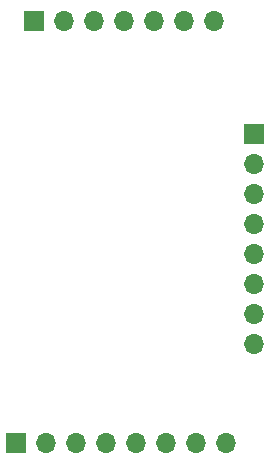
<source format=gbr>
%TF.GenerationSoftware,KiCad,Pcbnew,(6.0.0-0)*%
%TF.CreationDate,2022-02-14T20:59:40-05:00*%
%TF.ProjectId,Shifter-v6,53686966-7465-4722-9d76-362e6b696361,rev?*%
%TF.SameCoordinates,Original*%
%TF.FileFunction,Soldermask,Bot*%
%TF.FilePolarity,Negative*%
%FSLAX46Y46*%
G04 Gerber Fmt 4.6, Leading zero omitted, Abs format (unit mm)*
G04 Created by KiCad (PCBNEW (6.0.0-0)) date 2022-02-14 20:59:40*
%MOMM*%
%LPD*%
G01*
G04 APERTURE LIST*
%ADD10R,1.700000X1.700000*%
%ADD11O,1.700000X1.700000*%
G04 APERTURE END LIST*
D10*
%TO.C,J3*%
X166075000Y-65400000D03*
D11*
X168615000Y-65400000D03*
X171155000Y-65400000D03*
X173695000Y-65400000D03*
X176235000Y-65400000D03*
X178775000Y-65400000D03*
X181315000Y-65400000D03*
%TD*%
D10*
%TO.C,J2*%
X164630000Y-101100000D03*
D11*
X167170000Y-101100000D03*
X169710000Y-101100000D03*
X172250000Y-101100000D03*
X174790000Y-101100000D03*
X177330000Y-101100000D03*
X179870000Y-101100000D03*
X182410000Y-101100000D03*
%TD*%
D10*
%TO.C,J1*%
X184700000Y-74970000D03*
D11*
X184700000Y-77510000D03*
X184700000Y-80050000D03*
X184700000Y-82590000D03*
X184700000Y-85130000D03*
X184700000Y-87670000D03*
X184700000Y-90210000D03*
X184700000Y-92750000D03*
%TD*%
M02*

</source>
